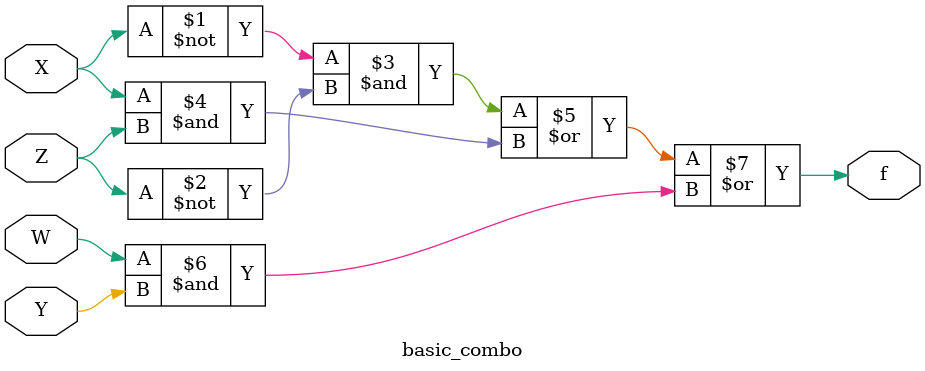
<source format=v>
module basic_combo(f, W, X, Y, Z);

input W, X, Y, Z;
output f;

assign f = (~X & ~Z) | (X & Z) | (W & Y);

endmodule 
</source>
